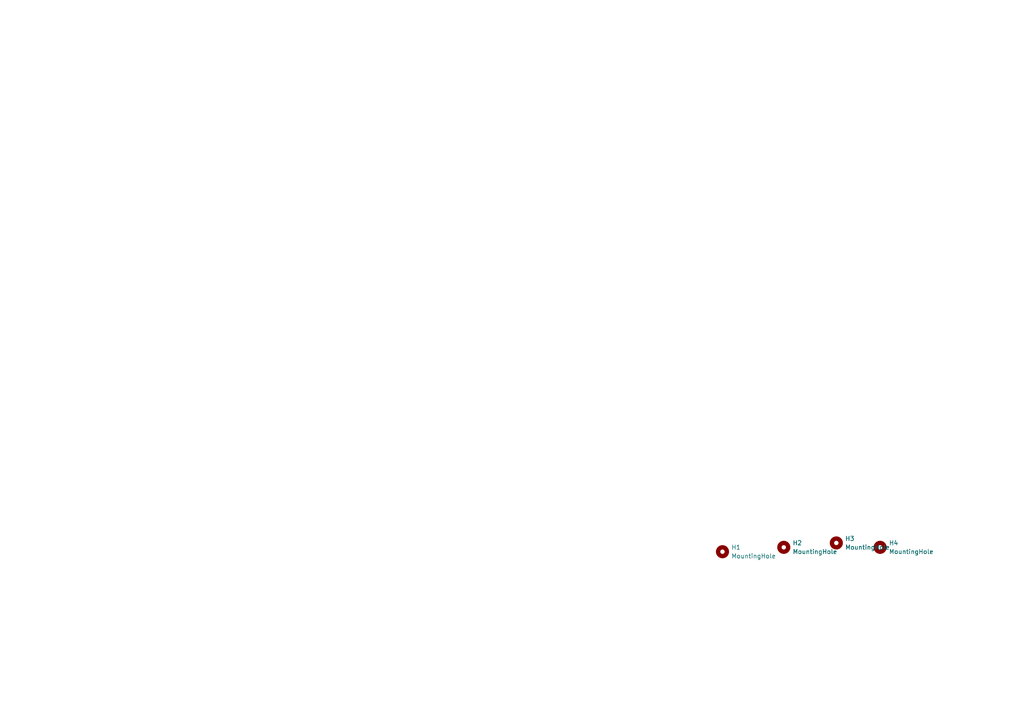
<source format=kicad_sch>
(kicad_sch (version 20230121) (generator eeschema)
  (paper "A4")
  (lib_symbols
    (symbol "Mechanical:MountingHole" (pin_names (offset 1.016))
      (property "Reference" "H" (at 0 5.08 0))
      (property "Value" "MountingHole" (at 0 3.175 0))
      (symbol "MountingHole_0_1"
        (circle (center 0 0) (radius 1.27) (stroke (width 1.27)))
      )
    )
  )
  (symbol (lib_id "Mechanical:MountingHole") (at 255.27 158.75 0) (unit 1)
    (property "Reference" "H4" (at 257.81 157.48 0) (effects (justify left)))
    (property "Value" "MountingHole" (at 257.81 160.02 0) (effects (justify left)))
    (property "Footprint" "MountingHole:MountingHole_3.2mm_M3" (effects hide))
  )
  (symbol (lib_id "Mechanical:MountingHole") (at 227.33 158.75 0) (unit 1)
    (property "Reference" "H2" (at 229.87 157.48 0) (effects (justify left)))
    (property "Value" "MountingHole" (at 229.87 160.02 0) (effects (justify left)))
    (property "Footprint" "MountingHole:MountingHole_3.2mm_M3" (effects hide))
  )
  (symbol (lib_id "Mechanical:MountingHole") (at 209.55 160.02 0) (unit 1)
    (property "Reference" "H1" (at 212.09 158.75 0) (effects (justify left)))
    (property "Value" "MountingHole" (at 212.09 161.29 0) (effects (justify left)))
    (property "Footprint" "MountingHole:MountingHole_3.2mm_M3" (effects hide))
  )
  (symbol (lib_id "Mechanical:MountingHole") (at 242.57 157.48 0) (unit 1)
    (property "Reference" "H3" (at 245.11 156.21 0) (effects (justify left)))
    (property "Value" "MountingHole" (at 245.11 158.75 0) (effects (justify left)))
    (property "Footprint" "MountingHole:MountingHole_3.2mm_M3" (effects hide))
  )
)
</source>
